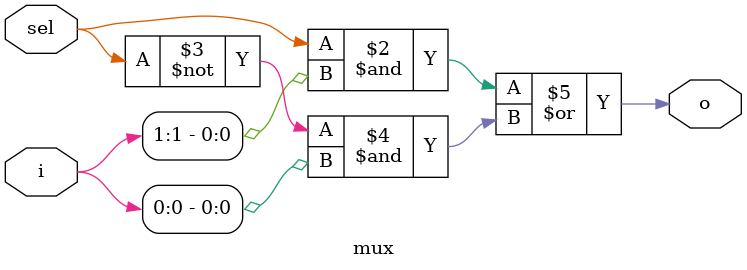
<source format=v>
`timescale 1ns / 1ps


module mux(
    input [1:0] i,
    input sel,
    output reg o
    );
                
   always @(*) begin
    
        o = sel&i[1] | ~sel&i[0];
    
    end
       
endmodule

</source>
